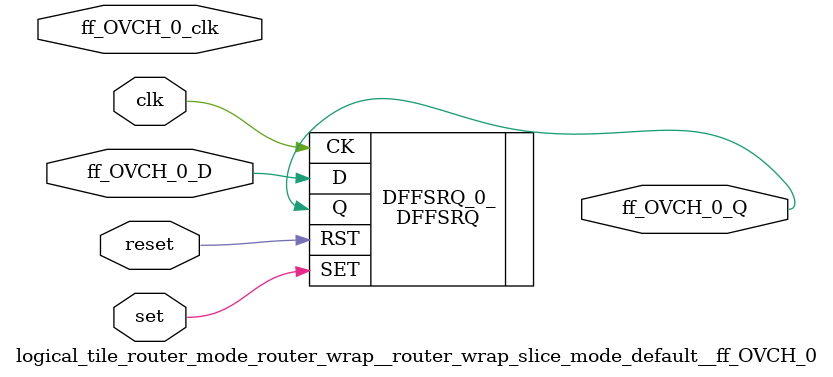
<source format=v>
`default_nettype none

module logical_tile_router_mode_router_wrap__router_wrap_slice_mode_default__ff_OVCH_0(set,
                                                                                       reset,
                                                                                       clk,
                                                                                       ff_OVCH_0_D,
                                                                                       ff_OVCH_0_Q,
                                                                                       ff_OVCH_0_clk);
//----- GLOBAL PORTS -----
input [0:0] set;
//----- GLOBAL PORTS -----
input [0:0] reset;
//----- GLOBAL PORTS -----
input [0:0] clk;
//----- INPUT PORTS -----
input [0:0] ff_OVCH_0_D;
//----- OUTPUT PORTS -----
output [0:0] ff_OVCH_0_Q;
//----- CLOCK PORTS -----
input [0:0] ff_OVCH_0_clk;

//----- BEGIN wire-connection ports -----
wire [0:0] ff_OVCH_0_D;
wire [0:0] ff_OVCH_0_Q;
wire [0:0] ff_OVCH_0_clk;
//----- END wire-connection ports -----


//----- BEGIN Registered ports -----
//----- END Registered ports -----



// ----- BEGIN Local short connections -----
// ----- END Local short connections -----
// ----- BEGIN Local output short connections -----
// ----- END Local output short connections -----

	DFFSRQ DFFSRQ_0_ (
		.SET(set),
		.RST(reset),
		.CK(clk),
		.D(ff_OVCH_0_D),
		.Q(ff_OVCH_0_Q));

endmodule
// ----- END Verilog module for logical_tile_router_mode_router_wrap__router_wrap_slice_mode_default__ff_OVCH_0 -----

//----- Default net type -----
`default_nettype wire




</source>
